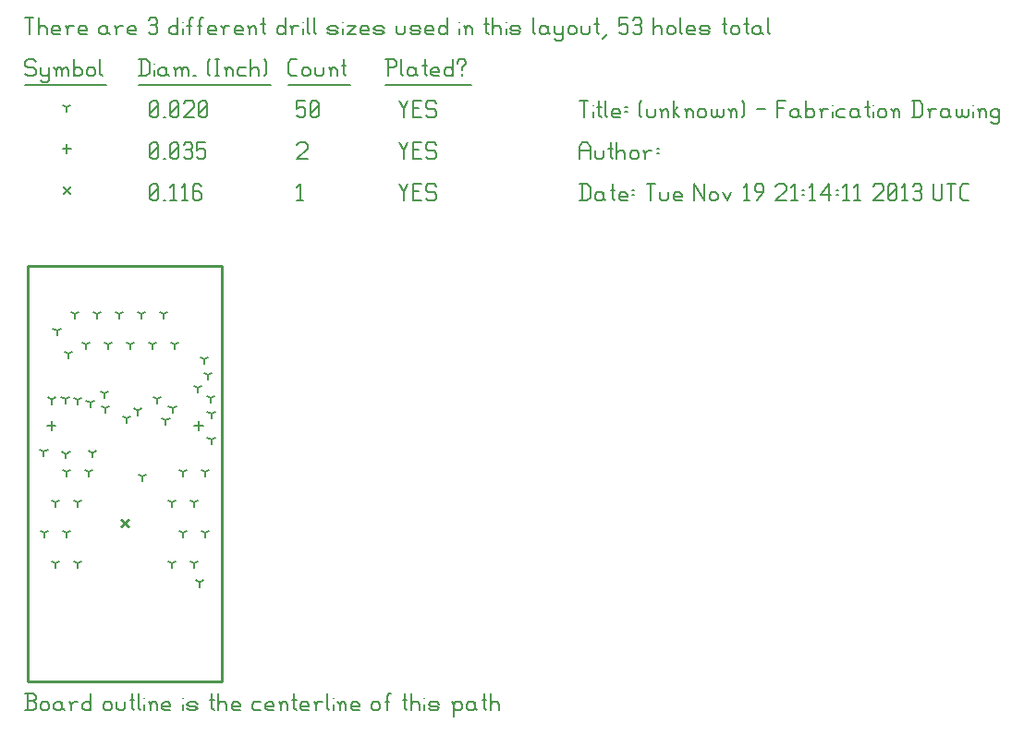
<source format=gbr>
G04 start of page 14 for group -3984 idx -3984 *
G04 Title: (unknown), fab *
G04 Creator: pcb 20110918 *
G04 CreationDate: Tue Nov 19 21:14:11 2013 UTC *
G04 For: fosse *
G04 Format: Gerber/RS-274X *
G04 PCB-Dimensions: 72000 152000 *
G04 PCB-Coordinate-Origin: lower left *
%MOIN*%
%FSLAX25Y25*%
%LNFAB*%
%ADD63C,0.0100*%
%ADD62C,0.0075*%
%ADD61C,0.0060*%
%ADD60C,0.0001*%
G54D60*G36*
X34800Y59766D02*X37766Y56800D01*
X37200Y56234D01*
X34234Y59200D01*
X34800Y59766D01*
G37*
G36*
X34234Y56800D02*X37200Y59766D01*
X37766Y59200D01*
X34800Y56234D01*
X34234Y56800D01*
G37*
G36*
X13800Y180016D02*X16766Y177050D01*
X16200Y176484D01*
X13234Y179450D01*
X13800Y180016D01*
G37*
G36*
X13234Y177050D02*X16200Y180016D01*
X16766Y179450D01*
X13800Y176484D01*
X13234Y177050D01*
G37*
G54D61*X135000Y180500D02*X136500Y177500D01*
X138000Y180500D01*
X136500Y177500D02*Y174500D01*
X139800Y177800D02*X142050D01*
X139800Y174500D02*X142800D01*
X139800Y180500D02*Y174500D01*
Y180500D02*X142800D01*
X147600D02*X148350Y179750D01*
X145350Y180500D02*X147600D01*
X144600Y179750D02*X145350Y180500D01*
X144600Y179750D02*Y178250D01*
X145350Y177500D01*
X147600D01*
X148350Y176750D01*
Y175250D01*
X147600Y174500D02*X148350Y175250D01*
X145350Y174500D02*X147600D01*
X144600Y175250D02*X145350Y174500D01*
X98000Y179300D02*X99200Y180500D01*
Y174500D01*
X98000D02*X100250D01*
X45000Y175250D02*X45750Y174500D01*
X45000Y179750D02*Y175250D01*
Y179750D02*X45750Y180500D01*
X47250D01*
X48000Y179750D01*
Y175250D01*
X47250Y174500D02*X48000Y175250D01*
X45750Y174500D02*X47250D01*
X45000Y176000D02*X48000Y179000D01*
X49800Y174500D02*X50550D01*
X52350Y179300D02*X53550Y180500D01*
Y174500D01*
X52350D02*X54600D01*
X56400Y179300D02*X57600Y180500D01*
Y174500D01*
X56400D02*X58650D01*
X62700Y180500D02*X63450Y179750D01*
X61200Y180500D02*X62700D01*
X60450Y179750D02*X61200Y180500D01*
X60450Y179750D02*Y175250D01*
X61200Y174500D01*
X62700Y177800D02*X63450Y177050D01*
X60450Y177800D02*X62700D01*
X61200Y174500D02*X62700D01*
X63450Y175250D01*
Y177050D02*Y175250D01*
X62575Y94805D02*Y91605D01*
X60975Y93205D02*X64175D01*
X9425Y94805D02*Y91605D01*
X7825Y93205D02*X11025D01*
X15000Y194850D02*Y191650D01*
X13400Y193250D02*X16600D01*
X135000Y195500D02*X136500Y192500D01*
X138000Y195500D01*
X136500Y192500D02*Y189500D01*
X139800Y192800D02*X142050D01*
X139800Y189500D02*X142800D01*
X139800Y195500D02*Y189500D01*
Y195500D02*X142800D01*
X147600D02*X148350Y194750D01*
X145350Y195500D02*X147600D01*
X144600Y194750D02*X145350Y195500D01*
X144600Y194750D02*Y193250D01*
X145350Y192500D01*
X147600D01*
X148350Y191750D01*
Y190250D01*
X147600Y189500D02*X148350Y190250D01*
X145350Y189500D02*X147600D01*
X144600Y190250D02*X145350Y189500D01*
X98000Y194750D02*X98750Y195500D01*
X101000D01*
X101750Y194750D01*
Y193250D01*
X98000Y189500D02*X101750Y193250D01*
X98000Y189500D02*X101750D01*
X45000Y190250D02*X45750Y189500D01*
X45000Y194750D02*Y190250D01*
Y194750D02*X45750Y195500D01*
X47250D01*
X48000Y194750D01*
Y190250D01*
X47250Y189500D02*X48000Y190250D01*
X45750Y189500D02*X47250D01*
X45000Y191000D02*X48000Y194000D01*
X49800Y189500D02*X50550D01*
X52350Y190250D02*X53100Y189500D01*
X52350Y194750D02*Y190250D01*
Y194750D02*X53100Y195500D01*
X54600D01*
X55350Y194750D01*
Y190250D01*
X54600Y189500D02*X55350Y190250D01*
X53100Y189500D02*X54600D01*
X52350Y191000D02*X55350Y194000D01*
X57150Y194750D02*X57900Y195500D01*
X59400D01*
X60150Y194750D01*
X59400Y189500D02*X60150Y190250D01*
X57900Y189500D02*X59400D01*
X57150Y190250D02*X57900Y189500D01*
Y192800D02*X59400D01*
X60150Y194750D02*Y193550D01*
Y192050D02*Y190250D01*
Y192050D02*X59400Y192800D01*
X60150Y193550D02*X59400Y192800D01*
X61950Y195500D02*X64950D01*
X61950D02*Y192500D01*
X62700Y193250D01*
X64200D01*
X64950Y192500D01*
Y190250D01*
X64200Y189500D02*X64950Y190250D01*
X62700Y189500D02*X64200D01*
X61950Y190250D02*X62700Y189500D01*
X30000Y122500D02*Y120900D01*
Y122500D02*X31387Y123300D01*
X30000Y122500D02*X28613Y123300D01*
X34000Y133500D02*Y131900D01*
Y133500D02*X35387Y134300D01*
X34000Y133500D02*X32613Y134300D01*
X28600Y104900D02*Y103300D01*
Y104900D02*X29987Y105700D01*
X28600Y104900D02*X27213Y105700D01*
X18000Y133500D02*Y131900D01*
Y133500D02*X19387Y134300D01*
X18000Y133500D02*X16613Y134300D01*
X38000Y122500D02*Y120900D01*
Y122500D02*X39387Y123300D01*
X38000Y122500D02*X36613Y123300D01*
X46000Y122500D02*Y120900D01*
Y122500D02*X47387Y123300D01*
X46000Y122500D02*X44613Y123300D01*
X54000Y122500D02*Y120900D01*
Y122500D02*X55387Y123300D01*
X54000Y122500D02*X52613Y123300D01*
X50000Y133500D02*Y131900D01*
Y133500D02*X51387Y134300D01*
X50000Y133500D02*X48613Y134300D01*
X42000Y133500D02*Y131900D01*
Y133500D02*X43387Y134300D01*
X42000Y133500D02*X40613Y134300D01*
X9600Y102700D02*Y101100D01*
Y102700D02*X10987Y103500D01*
X9600Y102700D02*X8213Y103500D01*
X23400Y101600D02*Y100000D01*
Y101600D02*X24787Y102400D01*
X23400Y101600D02*X22013Y102400D01*
X18900Y102600D02*Y101000D01*
Y102600D02*X20287Y103400D01*
X18900Y102600D02*X17513Y103400D01*
X14400Y102800D02*Y101200D01*
Y102800D02*X15787Y103600D01*
X14400Y102800D02*X13013Y103600D01*
X26000Y133500D02*Y131900D01*
Y133500D02*X27387Y134300D01*
X26000Y133500D02*X24613Y134300D01*
X28800Y99600D02*Y98000D01*
Y99600D02*X30187Y100400D01*
X28800Y99600D02*X27413Y100400D01*
X22000Y122500D02*Y120900D01*
Y122500D02*X23387Y123300D01*
X22000Y122500D02*X20613Y123300D01*
X15500Y119200D02*Y117600D01*
Y119200D02*X16887Y120000D01*
X15500Y119200D02*X14113Y120000D01*
X11400Y127600D02*Y126000D01*
Y127600D02*X12787Y128400D01*
X11400Y127600D02*X10013Y128400D01*
X66000Y111600D02*Y110000D01*
Y111600D02*X67387Y112400D01*
X66000Y111600D02*X64613Y112400D01*
X64600Y117200D02*Y115600D01*
Y117200D02*X65987Y118000D01*
X64600Y117200D02*X63213Y118000D01*
X62200Y106900D02*Y105300D01*
Y106900D02*X63587Y107700D01*
X62200Y106900D02*X60813Y107700D01*
X66800Y103300D02*Y101700D01*
Y103300D02*X68187Y104100D01*
X66800Y103300D02*X65413Y104100D01*
X47500Y102900D02*Y101300D01*
Y102900D02*X48887Y103700D01*
X47500Y102900D02*X46113Y103700D01*
X40600Y98700D02*Y97100D01*
Y98700D02*X41987Y99500D01*
X40600Y98700D02*X39213Y99500D01*
X36600Y95800D02*Y94200D01*
Y95800D02*X37987Y96600D01*
X36600Y95800D02*X35213Y96600D01*
X11000Y65500D02*Y63900D01*
Y65500D02*X12387Y66300D01*
X11000Y65500D02*X9613Y66300D01*
X19000Y65500D02*Y63900D01*
Y65500D02*X20387Y66300D01*
X19000Y65500D02*X17613Y66300D01*
X15000Y76500D02*Y74900D01*
Y76500D02*X16387Y77300D01*
X15000Y76500D02*X13613Y77300D01*
X65000Y76500D02*Y74900D01*
Y76500D02*X66387Y77300D01*
X65000Y76500D02*X63613Y77300D01*
X61000Y65500D02*Y63900D01*
Y65500D02*X62387Y66300D01*
X61000Y65500D02*X59613Y66300D01*
X53000Y65500D02*Y63900D01*
Y65500D02*X54387Y66300D01*
X53000Y65500D02*X51613Y66300D01*
X57000Y54500D02*Y52900D01*
Y54500D02*X58387Y55300D01*
X57000Y54500D02*X55613Y55300D01*
X65000Y54500D02*Y52900D01*
Y54500D02*X66387Y55300D01*
X65000Y54500D02*X63613Y55300D01*
X15000Y54500D02*Y52900D01*
Y54500D02*X16387Y55300D01*
X15000Y54500D02*X13613Y55300D01*
X7000Y54500D02*Y52900D01*
Y54500D02*X8387Y55300D01*
X7000Y54500D02*X5613Y55300D01*
X11000Y43500D02*Y41900D01*
Y43500D02*X12387Y44300D01*
X11000Y43500D02*X9613Y44300D01*
X19000Y43500D02*Y41900D01*
Y43500D02*X20387Y44300D01*
X19000Y43500D02*X17613Y44300D01*
X53000Y43500D02*Y41900D01*
Y43500D02*X54387Y44300D01*
X53000Y43500D02*X51613Y44300D01*
X61000Y43500D02*Y41900D01*
Y43500D02*X62387Y44300D01*
X61000Y43500D02*X59613Y44300D01*
X67100Y88200D02*Y86600D01*
Y88200D02*X68487Y89000D01*
X67100Y88200D02*X65713Y89000D01*
X14700Y83100D02*Y81500D01*
Y83100D02*X16087Y83900D01*
X14700Y83100D02*X13313Y83900D01*
X6700D02*Y82300D01*
Y83900D02*X8087Y84700D01*
X6700Y83900D02*X5313Y84700D01*
X24200Y83400D02*Y81800D01*
Y83400D02*X25587Y84200D01*
X24200Y83400D02*X22813Y84200D01*
X67100Y97500D02*Y95900D01*
Y97500D02*X68487Y98300D01*
X67100Y97500D02*X65713Y98300D01*
X57000Y76500D02*Y74900D01*
Y76500D02*X58387Y77300D01*
X57000Y76500D02*X55613Y77300D01*
X53100Y99600D02*Y98000D01*
Y99600D02*X54487Y100400D01*
X53100Y99600D02*X51713Y100400D01*
X50700Y95200D02*Y93600D01*
Y95200D02*X52087Y96000D01*
X50700Y95200D02*X49313Y96000D01*
X23000Y76500D02*Y74900D01*
Y76500D02*X24387Y77300D01*
X23000Y76500D02*X21613Y77300D01*
X62900Y36700D02*Y35100D01*
Y36700D02*X64287Y37500D01*
X62900Y36700D02*X61513Y37500D01*
X42299Y74801D02*Y73201D01*
Y74801D02*X43686Y75601D01*
X42299Y74801D02*X40912Y75601D01*
X15000Y208250D02*Y206650D01*
Y208250D02*X16387Y209050D01*
X15000Y208250D02*X13613Y209050D01*
X135000Y210500D02*X136500Y207500D01*
X138000Y210500D01*
X136500Y207500D02*Y204500D01*
X139800Y207800D02*X142050D01*
X139800Y204500D02*X142800D01*
X139800Y210500D02*Y204500D01*
Y210500D02*X142800D01*
X147600D02*X148350Y209750D01*
X145350Y210500D02*X147600D01*
X144600Y209750D02*X145350Y210500D01*
X144600Y209750D02*Y208250D01*
X145350Y207500D01*
X147600D01*
X148350Y206750D01*
Y205250D01*
X147600Y204500D02*X148350Y205250D01*
X145350Y204500D02*X147600D01*
X144600Y205250D02*X145350Y204500D01*
X98000Y210500D02*X101000D01*
X98000D02*Y207500D01*
X98750Y208250D01*
X100250D01*
X101000Y207500D01*
Y205250D01*
X100250Y204500D02*X101000Y205250D01*
X98750Y204500D02*X100250D01*
X98000Y205250D02*X98750Y204500D01*
X102800Y205250D02*X103550Y204500D01*
X102800Y209750D02*Y205250D01*
Y209750D02*X103550Y210500D01*
X105050D01*
X105800Y209750D01*
Y205250D01*
X105050Y204500D02*X105800Y205250D01*
X103550Y204500D02*X105050D01*
X102800Y206000D02*X105800Y209000D01*
X45000Y205250D02*X45750Y204500D01*
X45000Y209750D02*Y205250D01*
Y209750D02*X45750Y210500D01*
X47250D01*
X48000Y209750D01*
Y205250D01*
X47250Y204500D02*X48000Y205250D01*
X45750Y204500D02*X47250D01*
X45000Y206000D02*X48000Y209000D01*
X49800Y204500D02*X50550D01*
X52350Y205250D02*X53100Y204500D01*
X52350Y209750D02*Y205250D01*
Y209750D02*X53100Y210500D01*
X54600D01*
X55350Y209750D01*
Y205250D01*
X54600Y204500D02*X55350Y205250D01*
X53100Y204500D02*X54600D01*
X52350Y206000D02*X55350Y209000D01*
X57150Y209750D02*X57900Y210500D01*
X60150D01*
X60900Y209750D01*
Y208250D01*
X57150Y204500D02*X60900Y208250D01*
X57150Y204500D02*X60900D01*
X62700Y205250D02*X63450Y204500D01*
X62700Y209750D02*Y205250D01*
Y209750D02*X63450Y210500D01*
X64950D01*
X65700Y209750D01*
Y205250D01*
X64950Y204500D02*X65700Y205250D01*
X63450Y204500D02*X64950D01*
X62700Y206000D02*X65700Y209000D01*
X3000Y225500D02*X3750Y224750D01*
X750Y225500D02*X3000D01*
X0Y224750D02*X750Y225500D01*
X0Y224750D02*Y223250D01*
X750Y222500D01*
X3000D01*
X3750Y221750D01*
Y220250D01*
X3000Y219500D02*X3750Y220250D01*
X750Y219500D02*X3000D01*
X0Y220250D02*X750Y219500D01*
X5550Y222500D02*Y220250D01*
X6300Y219500D01*
X8550Y222500D02*Y218000D01*
X7800Y217250D02*X8550Y218000D01*
X6300Y217250D02*X7800D01*
X5550Y218000D02*X6300Y217250D01*
Y219500D02*X7800D01*
X8550Y220250D01*
X11100Y221750D02*Y219500D01*
Y221750D02*X11850Y222500D01*
X12600D01*
X13350Y221750D01*
Y219500D01*
Y221750D02*X14100Y222500D01*
X14850D01*
X15600Y221750D01*
Y219500D01*
X10350Y222500D02*X11100Y221750D01*
X17400Y225500D02*Y219500D01*
Y220250D02*X18150Y219500D01*
X19650D01*
X20400Y220250D01*
Y221750D02*Y220250D01*
X19650Y222500D02*X20400Y221750D01*
X18150Y222500D02*X19650D01*
X17400Y221750D02*X18150Y222500D01*
X22200Y221750D02*Y220250D01*
Y221750D02*X22950Y222500D01*
X24450D01*
X25200Y221750D01*
Y220250D01*
X24450Y219500D02*X25200Y220250D01*
X22950Y219500D02*X24450D01*
X22200Y220250D02*X22950Y219500D01*
X27000Y225500D02*Y220250D01*
X27750Y219500D01*
X0Y216250D02*X29250D01*
X41750Y225500D02*Y219500D01*
X43700Y225500D02*X44750Y224450D01*
Y220550D01*
X43700Y219500D02*X44750Y220550D01*
X41000Y219500D02*X43700D01*
X41000Y225500D02*X43700D01*
G54D62*X46550Y224000D02*Y223850D01*
G54D61*Y221750D02*Y219500D01*
X50300Y222500D02*X51050Y221750D01*
X48800Y222500D02*X50300D01*
X48050Y221750D02*X48800Y222500D01*
X48050Y221750D02*Y220250D01*
X48800Y219500D01*
X51050Y222500D02*Y220250D01*
X51800Y219500D01*
X48800D02*X50300D01*
X51050Y220250D01*
X54350Y221750D02*Y219500D01*
Y221750D02*X55100Y222500D01*
X55850D01*
X56600Y221750D01*
Y219500D01*
Y221750D02*X57350Y222500D01*
X58100D01*
X58850Y221750D01*
Y219500D01*
X53600Y222500D02*X54350Y221750D01*
X60650Y219500D02*X61400D01*
X65900Y220250D02*X66650Y219500D01*
X65900Y224750D02*X66650Y225500D01*
X65900Y224750D02*Y220250D01*
X68450Y225500D02*X69950D01*
X69200D02*Y219500D01*
X68450D02*X69950D01*
X72500Y221750D02*Y219500D01*
Y221750D02*X73250Y222500D01*
X74000D01*
X74750Y221750D01*
Y219500D01*
X71750Y222500D02*X72500Y221750D01*
X77300Y222500D02*X79550D01*
X76550Y221750D02*X77300Y222500D01*
X76550Y221750D02*Y220250D01*
X77300Y219500D01*
X79550D01*
X81350Y225500D02*Y219500D01*
Y221750D02*X82100Y222500D01*
X83600D01*
X84350Y221750D01*
Y219500D01*
X86150Y225500D02*X86900Y224750D01*
Y220250D01*
X86150Y219500D02*X86900Y220250D01*
X41000Y216250D02*X88700D01*
X96050Y219500D02*X98000D01*
X95000Y220550D02*X96050Y219500D01*
X95000Y224450D02*Y220550D01*
Y224450D02*X96050Y225500D01*
X98000D01*
X99800Y221750D02*Y220250D01*
Y221750D02*X100550Y222500D01*
X102050D01*
X102800Y221750D01*
Y220250D01*
X102050Y219500D02*X102800Y220250D01*
X100550Y219500D02*X102050D01*
X99800Y220250D02*X100550Y219500D01*
X104600Y222500D02*Y220250D01*
X105350Y219500D01*
X106850D01*
X107600Y220250D01*
Y222500D02*Y220250D01*
X110150Y221750D02*Y219500D01*
Y221750D02*X110900Y222500D01*
X111650D01*
X112400Y221750D01*
Y219500D01*
X109400Y222500D02*X110150Y221750D01*
X114950Y225500D02*Y220250D01*
X115700Y219500D01*
X114200Y223250D02*X115700D01*
X95000Y216250D02*X117200D01*
X130750Y225500D02*Y219500D01*
X130000Y225500D02*X133000D01*
X133750Y224750D01*
Y223250D01*
X133000Y222500D02*X133750Y223250D01*
X130750Y222500D02*X133000D01*
X135550Y225500D02*Y220250D01*
X136300Y219500D01*
X140050Y222500D02*X140800Y221750D01*
X138550Y222500D02*X140050D01*
X137800Y221750D02*X138550Y222500D01*
X137800Y221750D02*Y220250D01*
X138550Y219500D01*
X140800Y222500D02*Y220250D01*
X141550Y219500D01*
X138550D02*X140050D01*
X140800Y220250D01*
X144100Y225500D02*Y220250D01*
X144850Y219500D01*
X143350Y223250D02*X144850D01*
X147100Y219500D02*X149350D01*
X146350Y220250D02*X147100Y219500D01*
X146350Y221750D02*Y220250D01*
Y221750D02*X147100Y222500D01*
X148600D01*
X149350Y221750D01*
X146350Y221000D02*X149350D01*
Y221750D02*Y221000D01*
X154150Y225500D02*Y219500D01*
X153400D02*X154150Y220250D01*
X151900Y219500D02*X153400D01*
X151150Y220250D02*X151900Y219500D01*
X151150Y221750D02*Y220250D01*
Y221750D02*X151900Y222500D01*
X153400D01*
X154150Y221750D01*
X157450Y222500D02*Y221750D01*
Y220250D02*Y219500D01*
X155950Y224750D02*Y224000D01*
Y224750D02*X156700Y225500D01*
X158200D01*
X158950Y224750D01*
Y224000D01*
X157450Y222500D02*X158950Y224000D01*
X130000Y216250D02*X160750D01*
X0Y240500D02*X3000D01*
X1500D02*Y234500D01*
X4800Y240500D02*Y234500D01*
Y236750D02*X5550Y237500D01*
X7050D01*
X7800Y236750D01*
Y234500D01*
X10350D02*X12600D01*
X9600Y235250D02*X10350Y234500D01*
X9600Y236750D02*Y235250D01*
Y236750D02*X10350Y237500D01*
X11850D01*
X12600Y236750D01*
X9600Y236000D02*X12600D01*
Y236750D02*Y236000D01*
X15150Y236750D02*Y234500D01*
Y236750D02*X15900Y237500D01*
X17400D01*
X14400D02*X15150Y236750D01*
X19950Y234500D02*X22200D01*
X19200Y235250D02*X19950Y234500D01*
X19200Y236750D02*Y235250D01*
Y236750D02*X19950Y237500D01*
X21450D01*
X22200Y236750D01*
X19200Y236000D02*X22200D01*
Y236750D02*Y236000D01*
X28950Y237500D02*X29700Y236750D01*
X27450Y237500D02*X28950D01*
X26700Y236750D02*X27450Y237500D01*
X26700Y236750D02*Y235250D01*
X27450Y234500D01*
X29700Y237500D02*Y235250D01*
X30450Y234500D01*
X27450D02*X28950D01*
X29700Y235250D01*
X33000Y236750D02*Y234500D01*
Y236750D02*X33750Y237500D01*
X35250D01*
X32250D02*X33000Y236750D01*
X37800Y234500D02*X40050D01*
X37050Y235250D02*X37800Y234500D01*
X37050Y236750D02*Y235250D01*
Y236750D02*X37800Y237500D01*
X39300D01*
X40050Y236750D01*
X37050Y236000D02*X40050D01*
Y236750D02*Y236000D01*
X44550Y239750D02*X45300Y240500D01*
X46800D01*
X47550Y239750D01*
X46800Y234500D02*X47550Y235250D01*
X45300Y234500D02*X46800D01*
X44550Y235250D02*X45300Y234500D01*
Y237800D02*X46800D01*
X47550Y239750D02*Y238550D01*
Y237050D02*Y235250D01*
Y237050D02*X46800Y237800D01*
X47550Y238550D02*X46800Y237800D01*
X55050Y240500D02*Y234500D01*
X54300D02*X55050Y235250D01*
X52800Y234500D02*X54300D01*
X52050Y235250D02*X52800Y234500D01*
X52050Y236750D02*Y235250D01*
Y236750D02*X52800Y237500D01*
X54300D01*
X55050Y236750D01*
G54D62*X56850Y239000D02*Y238850D01*
G54D61*Y236750D02*Y234500D01*
X59100Y239750D02*Y234500D01*
Y239750D02*X59850Y240500D01*
X60600D01*
X58350Y237500D02*X59850D01*
X62850Y239750D02*Y234500D01*
Y239750D02*X63600Y240500D01*
X64350D01*
X62100Y237500D02*X63600D01*
X66600Y234500D02*X68850D01*
X65850Y235250D02*X66600Y234500D01*
X65850Y236750D02*Y235250D01*
Y236750D02*X66600Y237500D01*
X68100D01*
X68850Y236750D01*
X65850Y236000D02*X68850D01*
Y236750D02*Y236000D01*
X71400Y236750D02*Y234500D01*
Y236750D02*X72150Y237500D01*
X73650D01*
X70650D02*X71400Y236750D01*
X76200Y234500D02*X78450D01*
X75450Y235250D02*X76200Y234500D01*
X75450Y236750D02*Y235250D01*
Y236750D02*X76200Y237500D01*
X77700D01*
X78450Y236750D01*
X75450Y236000D02*X78450D01*
Y236750D02*Y236000D01*
X81000Y236750D02*Y234500D01*
Y236750D02*X81750Y237500D01*
X82500D01*
X83250Y236750D01*
Y234500D01*
X80250Y237500D02*X81000Y236750D01*
X85800Y240500D02*Y235250D01*
X86550Y234500D01*
X85050Y238250D02*X86550D01*
X93750Y240500D02*Y234500D01*
X93000D02*X93750Y235250D01*
X91500Y234500D02*X93000D01*
X90750Y235250D02*X91500Y234500D01*
X90750Y236750D02*Y235250D01*
Y236750D02*X91500Y237500D01*
X93000D01*
X93750Y236750D01*
X96300D02*Y234500D01*
Y236750D02*X97050Y237500D01*
X98550D01*
X95550D02*X96300Y236750D01*
G54D62*X100350Y239000D02*Y238850D01*
G54D61*Y236750D02*Y234500D01*
X101850Y240500D02*Y235250D01*
X102600Y234500D01*
X104100Y240500D02*Y235250D01*
X104850Y234500D01*
X109800D02*X112050D01*
X112800Y235250D01*
X112050Y236000D02*X112800Y235250D01*
X109800Y236000D02*X112050D01*
X109050Y236750D02*X109800Y236000D01*
X109050Y236750D02*X109800Y237500D01*
X112050D01*
X112800Y236750D01*
X109050Y235250D02*X109800Y234500D01*
G54D62*X114600Y239000D02*Y238850D01*
G54D61*Y236750D02*Y234500D01*
X116100Y237500D02*X119100D01*
X116100Y234500D02*X119100Y237500D01*
X116100Y234500D02*X119100D01*
X121650D02*X123900D01*
X120900Y235250D02*X121650Y234500D01*
X120900Y236750D02*Y235250D01*
Y236750D02*X121650Y237500D01*
X123150D01*
X123900Y236750D01*
X120900Y236000D02*X123900D01*
Y236750D02*Y236000D01*
X126450Y234500D02*X128700D01*
X129450Y235250D01*
X128700Y236000D02*X129450Y235250D01*
X126450Y236000D02*X128700D01*
X125700Y236750D02*X126450Y236000D01*
X125700Y236750D02*X126450Y237500D01*
X128700D01*
X129450Y236750D01*
X125700Y235250D02*X126450Y234500D01*
X133950Y237500D02*Y235250D01*
X134700Y234500D01*
X136200D01*
X136950Y235250D01*
Y237500D02*Y235250D01*
X139500Y234500D02*X141750D01*
X142500Y235250D01*
X141750Y236000D02*X142500Y235250D01*
X139500Y236000D02*X141750D01*
X138750Y236750D02*X139500Y236000D01*
X138750Y236750D02*X139500Y237500D01*
X141750D01*
X142500Y236750D01*
X138750Y235250D02*X139500Y234500D01*
X145050D02*X147300D01*
X144300Y235250D02*X145050Y234500D01*
X144300Y236750D02*Y235250D01*
Y236750D02*X145050Y237500D01*
X146550D01*
X147300Y236750D01*
X144300Y236000D02*X147300D01*
Y236750D02*Y236000D01*
X152100Y240500D02*Y234500D01*
X151350D02*X152100Y235250D01*
X149850Y234500D02*X151350D01*
X149100Y235250D02*X149850Y234500D01*
X149100Y236750D02*Y235250D01*
Y236750D02*X149850Y237500D01*
X151350D01*
X152100Y236750D01*
G54D62*X156600Y239000D02*Y238850D01*
G54D61*Y236750D02*Y234500D01*
X158850Y236750D02*Y234500D01*
Y236750D02*X159600Y237500D01*
X160350D01*
X161100Y236750D01*
Y234500D01*
X158100Y237500D02*X158850Y236750D01*
X166350Y240500D02*Y235250D01*
X167100Y234500D01*
X165600Y238250D02*X167100D01*
X168600Y240500D02*Y234500D01*
Y236750D02*X169350Y237500D01*
X170850D01*
X171600Y236750D01*
Y234500D01*
G54D62*X173400Y239000D02*Y238850D01*
G54D61*Y236750D02*Y234500D01*
X175650D02*X177900D01*
X178650Y235250D01*
X177900Y236000D02*X178650Y235250D01*
X175650Y236000D02*X177900D01*
X174900Y236750D02*X175650Y236000D01*
X174900Y236750D02*X175650Y237500D01*
X177900D01*
X178650Y236750D01*
X174900Y235250D02*X175650Y234500D01*
X183150Y240500D02*Y235250D01*
X183900Y234500D01*
X187650Y237500D02*X188400Y236750D01*
X186150Y237500D02*X187650D01*
X185400Y236750D02*X186150Y237500D01*
X185400Y236750D02*Y235250D01*
X186150Y234500D01*
X188400Y237500D02*Y235250D01*
X189150Y234500D01*
X186150D02*X187650D01*
X188400Y235250D01*
X190950Y237500D02*Y235250D01*
X191700Y234500D01*
X193950Y237500D02*Y233000D01*
X193200Y232250D02*X193950Y233000D01*
X191700Y232250D02*X193200D01*
X190950Y233000D02*X191700Y232250D01*
Y234500D02*X193200D01*
X193950Y235250D01*
X195750Y236750D02*Y235250D01*
Y236750D02*X196500Y237500D01*
X198000D01*
X198750Y236750D01*
Y235250D01*
X198000Y234500D02*X198750Y235250D01*
X196500Y234500D02*X198000D01*
X195750Y235250D02*X196500Y234500D01*
X200550Y237500D02*Y235250D01*
X201300Y234500D01*
X202800D01*
X203550Y235250D01*
Y237500D02*Y235250D01*
X206100Y240500D02*Y235250D01*
X206850Y234500D01*
X205350Y238250D02*X206850D01*
X208350Y233000D02*X209850Y234500D01*
X214350Y240500D02*X217350D01*
X214350D02*Y237500D01*
X215100Y238250D01*
X216600D01*
X217350Y237500D01*
Y235250D01*
X216600Y234500D02*X217350Y235250D01*
X215100Y234500D02*X216600D01*
X214350Y235250D02*X215100Y234500D01*
X219150Y239750D02*X219900Y240500D01*
X221400D01*
X222150Y239750D01*
X221400Y234500D02*X222150Y235250D01*
X219900Y234500D02*X221400D01*
X219150Y235250D02*X219900Y234500D01*
Y237800D02*X221400D01*
X222150Y239750D02*Y238550D01*
Y237050D02*Y235250D01*
Y237050D02*X221400Y237800D01*
X222150Y238550D02*X221400Y237800D01*
X226650Y240500D02*Y234500D01*
Y236750D02*X227400Y237500D01*
X228900D01*
X229650Y236750D01*
Y234500D01*
X231450Y236750D02*Y235250D01*
Y236750D02*X232200Y237500D01*
X233700D01*
X234450Y236750D01*
Y235250D01*
X233700Y234500D02*X234450Y235250D01*
X232200Y234500D02*X233700D01*
X231450Y235250D02*X232200Y234500D01*
X236250Y240500D02*Y235250D01*
X237000Y234500D01*
X239250D02*X241500D01*
X238500Y235250D02*X239250Y234500D01*
X238500Y236750D02*Y235250D01*
Y236750D02*X239250Y237500D01*
X240750D01*
X241500Y236750D01*
X238500Y236000D02*X241500D01*
Y236750D02*Y236000D01*
X244050Y234500D02*X246300D01*
X247050Y235250D01*
X246300Y236000D02*X247050Y235250D01*
X244050Y236000D02*X246300D01*
X243300Y236750D02*X244050Y236000D01*
X243300Y236750D02*X244050Y237500D01*
X246300D01*
X247050Y236750D01*
X243300Y235250D02*X244050Y234500D01*
X252300Y240500D02*Y235250D01*
X253050Y234500D01*
X251550Y238250D02*X253050D01*
X254550Y236750D02*Y235250D01*
Y236750D02*X255300Y237500D01*
X256800D01*
X257550Y236750D01*
Y235250D01*
X256800Y234500D02*X257550Y235250D01*
X255300Y234500D02*X256800D01*
X254550Y235250D02*X255300Y234500D01*
X260100Y240500D02*Y235250D01*
X260850Y234500D01*
X259350Y238250D02*X260850D01*
X264600Y237500D02*X265350Y236750D01*
X263100Y237500D02*X264600D01*
X262350Y236750D02*X263100Y237500D01*
X262350Y236750D02*Y235250D01*
X263100Y234500D01*
X265350Y237500D02*Y235250D01*
X266100Y234500D01*
X263100D02*X264600D01*
X265350Y235250D01*
X267900Y240500D02*Y235250D01*
X268650Y234500D01*
G54D63*X1000Y151000D02*Y1000D01*
X71000D02*Y151000D01*
X1000D02*X71000D01*
X1000Y1000D02*X71000D01*
G54D61*X0Y-9500D02*X3000D01*
X3750Y-8750D01*
Y-6950D02*Y-8750D01*
X3000Y-6200D02*X3750Y-6950D01*
X750Y-6200D02*X3000D01*
X750Y-3500D02*Y-9500D01*
X0Y-3500D02*X3000D01*
X3750Y-4250D01*
Y-5450D01*
X3000Y-6200D02*X3750Y-5450D01*
X5550Y-7250D02*Y-8750D01*
Y-7250D02*X6300Y-6500D01*
X7800D01*
X8550Y-7250D01*
Y-8750D01*
X7800Y-9500D02*X8550Y-8750D01*
X6300Y-9500D02*X7800D01*
X5550Y-8750D02*X6300Y-9500D01*
X12600Y-6500D02*X13350Y-7250D01*
X11100Y-6500D02*X12600D01*
X10350Y-7250D02*X11100Y-6500D01*
X10350Y-7250D02*Y-8750D01*
X11100Y-9500D01*
X13350Y-6500D02*Y-8750D01*
X14100Y-9500D01*
X11100D02*X12600D01*
X13350Y-8750D01*
X16650Y-7250D02*Y-9500D01*
Y-7250D02*X17400Y-6500D01*
X18900D01*
X15900D02*X16650Y-7250D01*
X23700Y-3500D02*Y-9500D01*
X22950D02*X23700Y-8750D01*
X21450Y-9500D02*X22950D01*
X20700Y-8750D02*X21450Y-9500D01*
X20700Y-7250D02*Y-8750D01*
Y-7250D02*X21450Y-6500D01*
X22950D01*
X23700Y-7250D01*
X28200D02*Y-8750D01*
Y-7250D02*X28950Y-6500D01*
X30450D01*
X31200Y-7250D01*
Y-8750D01*
X30450Y-9500D02*X31200Y-8750D01*
X28950Y-9500D02*X30450D01*
X28200Y-8750D02*X28950Y-9500D01*
X33000Y-6500D02*Y-8750D01*
X33750Y-9500D01*
X35250D01*
X36000Y-8750D01*
Y-6500D02*Y-8750D01*
X38550Y-3500D02*Y-8750D01*
X39300Y-9500D01*
X37800Y-5750D02*X39300D01*
X40800Y-3500D02*Y-8750D01*
X41550Y-9500D01*
G54D62*X43050Y-5000D02*Y-5150D01*
G54D61*Y-7250D02*Y-9500D01*
X45300Y-7250D02*Y-9500D01*
Y-7250D02*X46050Y-6500D01*
X46800D01*
X47550Y-7250D01*
Y-9500D01*
X44550Y-6500D02*X45300Y-7250D01*
X50100Y-9500D02*X52350D01*
X49350Y-8750D02*X50100Y-9500D01*
X49350Y-7250D02*Y-8750D01*
Y-7250D02*X50100Y-6500D01*
X51600D01*
X52350Y-7250D01*
X49350Y-8000D02*X52350D01*
Y-7250D02*Y-8000D01*
G54D62*X56850Y-5000D02*Y-5150D01*
G54D61*Y-7250D02*Y-9500D01*
X59100D02*X61350D01*
X62100Y-8750D01*
X61350Y-8000D02*X62100Y-8750D01*
X59100Y-8000D02*X61350D01*
X58350Y-7250D02*X59100Y-8000D01*
X58350Y-7250D02*X59100Y-6500D01*
X61350D01*
X62100Y-7250D01*
X58350Y-8750D02*X59100Y-9500D01*
X67350Y-3500D02*Y-8750D01*
X68100Y-9500D01*
X66600Y-5750D02*X68100D01*
X69600Y-3500D02*Y-9500D01*
Y-7250D02*X70350Y-6500D01*
X71850D01*
X72600Y-7250D01*
Y-9500D01*
X75150D02*X77400D01*
X74400Y-8750D02*X75150Y-9500D01*
X74400Y-7250D02*Y-8750D01*
Y-7250D02*X75150Y-6500D01*
X76650D01*
X77400Y-7250D01*
X74400Y-8000D02*X77400D01*
Y-7250D02*Y-8000D01*
X82650Y-6500D02*X84900D01*
X81900Y-7250D02*X82650Y-6500D01*
X81900Y-7250D02*Y-8750D01*
X82650Y-9500D01*
X84900D01*
X87450D02*X89700D01*
X86700Y-8750D02*X87450Y-9500D01*
X86700Y-7250D02*Y-8750D01*
Y-7250D02*X87450Y-6500D01*
X88950D01*
X89700Y-7250D01*
X86700Y-8000D02*X89700D01*
Y-7250D02*Y-8000D01*
X92250Y-7250D02*Y-9500D01*
Y-7250D02*X93000Y-6500D01*
X93750D01*
X94500Y-7250D01*
Y-9500D01*
X91500Y-6500D02*X92250Y-7250D01*
X97050Y-3500D02*Y-8750D01*
X97800Y-9500D01*
X96300Y-5750D02*X97800D01*
X100050Y-9500D02*X102300D01*
X99300Y-8750D02*X100050Y-9500D01*
X99300Y-7250D02*Y-8750D01*
Y-7250D02*X100050Y-6500D01*
X101550D01*
X102300Y-7250D01*
X99300Y-8000D02*X102300D01*
Y-7250D02*Y-8000D01*
X104850Y-7250D02*Y-9500D01*
Y-7250D02*X105600Y-6500D01*
X107100D01*
X104100D02*X104850Y-7250D01*
X108900Y-3500D02*Y-8750D01*
X109650Y-9500D01*
G54D62*X111150Y-5000D02*Y-5150D01*
G54D61*Y-7250D02*Y-9500D01*
X113400Y-7250D02*Y-9500D01*
Y-7250D02*X114150Y-6500D01*
X114900D01*
X115650Y-7250D01*
Y-9500D01*
X112650Y-6500D02*X113400Y-7250D01*
X118200Y-9500D02*X120450D01*
X117450Y-8750D02*X118200Y-9500D01*
X117450Y-7250D02*Y-8750D01*
Y-7250D02*X118200Y-6500D01*
X119700D01*
X120450Y-7250D01*
X117450Y-8000D02*X120450D01*
Y-7250D02*Y-8000D01*
X124950Y-7250D02*Y-8750D01*
Y-7250D02*X125700Y-6500D01*
X127200D01*
X127950Y-7250D01*
Y-8750D01*
X127200Y-9500D02*X127950Y-8750D01*
X125700Y-9500D02*X127200D01*
X124950Y-8750D02*X125700Y-9500D01*
X130500Y-4250D02*Y-9500D01*
Y-4250D02*X131250Y-3500D01*
X132000D01*
X129750Y-6500D02*X131250D01*
X136950Y-3500D02*Y-8750D01*
X137700Y-9500D01*
X136200Y-5750D02*X137700D01*
X139200Y-3500D02*Y-9500D01*
Y-7250D02*X139950Y-6500D01*
X141450D01*
X142200Y-7250D01*
Y-9500D01*
G54D62*X144000Y-5000D02*Y-5150D01*
G54D61*Y-7250D02*Y-9500D01*
X146250D02*X148500D01*
X149250Y-8750D01*
X148500Y-8000D02*X149250Y-8750D01*
X146250Y-8000D02*X148500D01*
X145500Y-7250D02*X146250Y-8000D01*
X145500Y-7250D02*X146250Y-6500D01*
X148500D01*
X149250Y-7250D01*
X145500Y-8750D02*X146250Y-9500D01*
X154500Y-7250D02*Y-11750D01*
X153750Y-6500D02*X154500Y-7250D01*
X155250Y-6500D01*
X156750D01*
X157500Y-7250D01*
Y-8750D01*
X156750Y-9500D02*X157500Y-8750D01*
X155250Y-9500D02*X156750D01*
X154500Y-8750D02*X155250Y-9500D01*
X161550Y-6500D02*X162300Y-7250D01*
X160050Y-6500D02*X161550D01*
X159300Y-7250D02*X160050Y-6500D01*
X159300Y-7250D02*Y-8750D01*
X160050Y-9500D01*
X162300Y-6500D02*Y-8750D01*
X163050Y-9500D01*
X160050D02*X161550D01*
X162300Y-8750D01*
X165600Y-3500D02*Y-8750D01*
X166350Y-9500D01*
X164850Y-5750D02*X166350D01*
X167850Y-3500D02*Y-9500D01*
Y-7250D02*X168600Y-6500D01*
X170100D01*
X170850Y-7250D01*
Y-9500D01*
X200750Y180500D02*Y174500D01*
X202700Y180500D02*X203750Y179450D01*
Y175550D01*
X202700Y174500D02*X203750Y175550D01*
X200000Y174500D02*X202700D01*
X200000Y180500D02*X202700D01*
X207800Y177500D02*X208550Y176750D01*
X206300Y177500D02*X207800D01*
X205550Y176750D02*X206300Y177500D01*
X205550Y176750D02*Y175250D01*
X206300Y174500D01*
X208550Y177500D02*Y175250D01*
X209300Y174500D01*
X206300D02*X207800D01*
X208550Y175250D01*
X211850Y180500D02*Y175250D01*
X212600Y174500D01*
X211100Y178250D02*X212600D01*
X214850Y174500D02*X217100D01*
X214100Y175250D02*X214850Y174500D01*
X214100Y176750D02*Y175250D01*
Y176750D02*X214850Y177500D01*
X216350D01*
X217100Y176750D01*
X214100Y176000D02*X217100D01*
Y176750D02*Y176000D01*
X218900Y178250D02*X219650D01*
X218900Y176750D02*X219650D01*
X224150Y180500D02*X227150D01*
X225650D02*Y174500D01*
X228950Y177500D02*Y175250D01*
X229700Y174500D01*
X231200D01*
X231950Y175250D01*
Y177500D02*Y175250D01*
X234500Y174500D02*X236750D01*
X233750Y175250D02*X234500Y174500D01*
X233750Y176750D02*Y175250D01*
Y176750D02*X234500Y177500D01*
X236000D01*
X236750Y176750D01*
X233750Y176000D02*X236750D01*
Y176750D02*Y176000D01*
X241250Y180500D02*Y174500D01*
Y180500D02*X245000Y174500D01*
Y180500D02*Y174500D01*
X246800Y176750D02*Y175250D01*
Y176750D02*X247550Y177500D01*
X249050D01*
X249800Y176750D01*
Y175250D01*
X249050Y174500D02*X249800Y175250D01*
X247550Y174500D02*X249050D01*
X246800Y175250D02*X247550Y174500D01*
X251600Y177500D02*X253100Y174500D01*
X254600Y177500D02*X253100Y174500D01*
X259100Y179300D02*X260300Y180500D01*
Y174500D01*
X259100D02*X261350D01*
X263900D02*X266150Y177500D01*
Y179750D02*Y177500D01*
X265400Y180500D02*X266150Y179750D01*
X263900Y180500D02*X265400D01*
X263150Y179750D02*X263900Y180500D01*
X263150Y179750D02*Y178250D01*
X263900Y177500D01*
X266150D01*
X270650Y179750D02*X271400Y180500D01*
X273650D01*
X274400Y179750D01*
Y178250D01*
X270650Y174500D02*X274400Y178250D01*
X270650Y174500D02*X274400D01*
X276200Y179300D02*X277400Y180500D01*
Y174500D01*
X276200D02*X278450D01*
X280250Y178250D02*X281000D01*
X280250Y176750D02*X281000D01*
X282800Y179300D02*X284000Y180500D01*
Y174500D01*
X282800D02*X285050D01*
X286850Y176750D02*X289850Y180500D01*
X286850Y176750D02*X290600D01*
X289850Y180500D02*Y174500D01*
X292400Y178250D02*X293150D01*
X292400Y176750D02*X293150D01*
X294950Y179300D02*X296150Y180500D01*
Y174500D01*
X294950D02*X297200D01*
X299000Y179300D02*X300200Y180500D01*
Y174500D01*
X299000D02*X301250D01*
X305750Y179750D02*X306500Y180500D01*
X308750D01*
X309500Y179750D01*
Y178250D01*
X305750Y174500D02*X309500Y178250D01*
X305750Y174500D02*X309500D01*
X311300Y175250D02*X312050Y174500D01*
X311300Y179750D02*Y175250D01*
Y179750D02*X312050Y180500D01*
X313550D01*
X314300Y179750D01*
Y175250D01*
X313550Y174500D02*X314300Y175250D01*
X312050Y174500D02*X313550D01*
X311300Y176000D02*X314300Y179000D01*
X316100Y179300D02*X317300Y180500D01*
Y174500D01*
X316100D02*X318350D01*
X320150Y179750D02*X320900Y180500D01*
X322400D01*
X323150Y179750D01*
X322400Y174500D02*X323150Y175250D01*
X320900Y174500D02*X322400D01*
X320150Y175250D02*X320900Y174500D01*
Y177800D02*X322400D01*
X323150Y179750D02*Y178550D01*
Y177050D02*Y175250D01*
Y177050D02*X322400Y177800D01*
X323150Y178550D02*X322400Y177800D01*
X327650Y180500D02*Y175250D01*
X328400Y174500D01*
X329900D01*
X330650Y175250D01*
Y180500D02*Y175250D01*
X332450Y180500D02*X335450D01*
X333950D02*Y174500D01*
X338300D02*X340250D01*
X337250Y175550D02*X338300Y174500D01*
X337250Y179450D02*Y175550D01*
Y179450D02*X338300Y180500D01*
X340250D01*
X200000Y194000D02*Y189500D01*
Y194000D02*X201050Y195500D01*
X202700D01*
X203750Y194000D01*
Y189500D01*
X200000Y192500D02*X203750D01*
X205550D02*Y190250D01*
X206300Y189500D01*
X207800D01*
X208550Y190250D01*
Y192500D02*Y190250D01*
X211100Y195500D02*Y190250D01*
X211850Y189500D01*
X210350Y193250D02*X211850D01*
X213350Y195500D02*Y189500D01*
Y191750D02*X214100Y192500D01*
X215600D01*
X216350Y191750D01*
Y189500D01*
X218150Y191750D02*Y190250D01*
Y191750D02*X218900Y192500D01*
X220400D01*
X221150Y191750D01*
Y190250D01*
X220400Y189500D02*X221150Y190250D01*
X218900Y189500D02*X220400D01*
X218150Y190250D02*X218900Y189500D01*
X223700Y191750D02*Y189500D01*
Y191750D02*X224450Y192500D01*
X225950D01*
X222950D02*X223700Y191750D01*
X227750Y193250D02*X228500D01*
X227750Y191750D02*X228500D01*
X200000Y210500D02*X203000D01*
X201500D02*Y204500D01*
G54D62*X204800Y209000D02*Y208850D01*
G54D61*Y206750D02*Y204500D01*
X207050Y210500D02*Y205250D01*
X207800Y204500D01*
X206300Y208250D02*X207800D01*
X209300Y210500D02*Y205250D01*
X210050Y204500D01*
X212300D02*X214550D01*
X211550Y205250D02*X212300Y204500D01*
X211550Y206750D02*Y205250D01*
Y206750D02*X212300Y207500D01*
X213800D01*
X214550Y206750D01*
X211550Y206000D02*X214550D01*
Y206750D02*Y206000D01*
X216350Y208250D02*X217100D01*
X216350Y206750D02*X217100D01*
X221600Y205250D02*X222350Y204500D01*
X221600Y209750D02*X222350Y210500D01*
X221600Y209750D02*Y205250D01*
X224150Y207500D02*Y205250D01*
X224900Y204500D01*
X226400D01*
X227150Y205250D01*
Y207500D02*Y205250D01*
X229700Y206750D02*Y204500D01*
Y206750D02*X230450Y207500D01*
X231200D01*
X231950Y206750D01*
Y204500D01*
X228950Y207500D02*X229700Y206750D01*
X233750Y210500D02*Y204500D01*
Y206750D02*X236000Y204500D01*
X233750Y206750D02*X235250Y208250D01*
X238550Y206750D02*Y204500D01*
Y206750D02*X239300Y207500D01*
X240050D01*
X240800Y206750D01*
Y204500D01*
X237800Y207500D02*X238550Y206750D01*
X242600D02*Y205250D01*
Y206750D02*X243350Y207500D01*
X244850D01*
X245600Y206750D01*
Y205250D01*
X244850Y204500D02*X245600Y205250D01*
X243350Y204500D02*X244850D01*
X242600Y205250D02*X243350Y204500D01*
X247400Y207500D02*Y205250D01*
X248150Y204500D01*
X248900D01*
X249650Y205250D01*
Y207500D02*Y205250D01*
X250400Y204500D01*
X251150D01*
X251900Y205250D01*
Y207500D02*Y205250D01*
X254450Y206750D02*Y204500D01*
Y206750D02*X255200Y207500D01*
X255950D01*
X256700Y206750D01*
Y204500D01*
X253700Y207500D02*X254450Y206750D01*
X258500Y210500D02*X259250Y209750D01*
Y205250D01*
X258500Y204500D02*X259250Y205250D01*
X263750Y207500D02*X266750D01*
X271250Y210500D02*Y204500D01*
Y210500D02*X274250D01*
X271250Y207800D02*X273500D01*
X278300Y207500D02*X279050Y206750D01*
X276800Y207500D02*X278300D01*
X276050Y206750D02*X276800Y207500D01*
X276050Y206750D02*Y205250D01*
X276800Y204500D01*
X279050Y207500D02*Y205250D01*
X279800Y204500D01*
X276800D02*X278300D01*
X279050Y205250D01*
X281600Y210500D02*Y204500D01*
Y205250D02*X282350Y204500D01*
X283850D01*
X284600Y205250D01*
Y206750D02*Y205250D01*
X283850Y207500D02*X284600Y206750D01*
X282350Y207500D02*X283850D01*
X281600Y206750D02*X282350Y207500D01*
X287150Y206750D02*Y204500D01*
Y206750D02*X287900Y207500D01*
X289400D01*
X286400D02*X287150Y206750D01*
G54D62*X291200Y209000D02*Y208850D01*
G54D61*Y206750D02*Y204500D01*
X293450Y207500D02*X295700D01*
X292700Y206750D02*X293450Y207500D01*
X292700Y206750D02*Y205250D01*
X293450Y204500D01*
X295700D01*
X299750Y207500D02*X300500Y206750D01*
X298250Y207500D02*X299750D01*
X297500Y206750D02*X298250Y207500D01*
X297500Y206750D02*Y205250D01*
X298250Y204500D01*
X300500Y207500D02*Y205250D01*
X301250Y204500D01*
X298250D02*X299750D01*
X300500Y205250D01*
X303800Y210500D02*Y205250D01*
X304550Y204500D01*
X303050Y208250D02*X304550D01*
G54D62*X306050Y209000D02*Y208850D01*
G54D61*Y206750D02*Y204500D01*
X307550Y206750D02*Y205250D01*
Y206750D02*X308300Y207500D01*
X309800D01*
X310550Y206750D01*
Y205250D01*
X309800Y204500D02*X310550Y205250D01*
X308300Y204500D02*X309800D01*
X307550Y205250D02*X308300Y204500D01*
X313100Y206750D02*Y204500D01*
Y206750D02*X313850Y207500D01*
X314600D01*
X315350Y206750D01*
Y204500D01*
X312350Y207500D02*X313100Y206750D01*
X320600Y210500D02*Y204500D01*
X322550Y210500D02*X323600Y209450D01*
Y205550D01*
X322550Y204500D02*X323600Y205550D01*
X319850Y204500D02*X322550D01*
X319850Y210500D02*X322550D01*
X326150Y206750D02*Y204500D01*
Y206750D02*X326900Y207500D01*
X328400D01*
X325400D02*X326150Y206750D01*
X332450Y207500D02*X333200Y206750D01*
X330950Y207500D02*X332450D01*
X330200Y206750D02*X330950Y207500D01*
X330200Y206750D02*Y205250D01*
X330950Y204500D01*
X333200Y207500D02*Y205250D01*
X333950Y204500D01*
X330950D02*X332450D01*
X333200Y205250D01*
X335750Y207500D02*Y205250D01*
X336500Y204500D01*
X337250D01*
X338000Y205250D01*
Y207500D02*Y205250D01*
X338750Y204500D01*
X339500D01*
X340250Y205250D01*
Y207500D02*Y205250D01*
G54D62*X342050Y209000D02*Y208850D01*
G54D61*Y206750D02*Y204500D01*
X344300Y206750D02*Y204500D01*
Y206750D02*X345050Y207500D01*
X345800D01*
X346550Y206750D01*
Y204500D01*
X343550Y207500D02*X344300Y206750D01*
X350600Y207500D02*X351350Y206750D01*
X349100Y207500D02*X350600D01*
X348350Y206750D02*X349100Y207500D01*
X348350Y206750D02*Y205250D01*
X349100Y204500D01*
X350600D01*
X351350Y205250D01*
X348350Y203000D02*X349100Y202250D01*
X350600D01*
X351350Y203000D01*
Y207500D02*Y203000D01*
M02*

</source>
